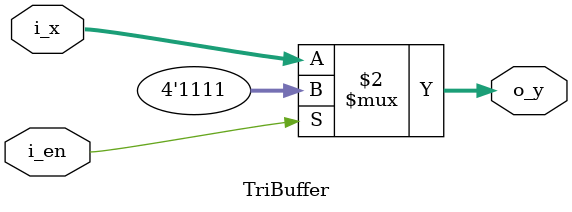
<source format=v>
`timescale 1ns / 1ps



module TriBuffer(
    input [3:0] i_x,
    input i_en,
    output [3:0] o_y
    );

    assign o_y = (i_en == 1'b1) ? 4'b1111 : i_x; // z는 high 임피던스
endmodule

</source>
